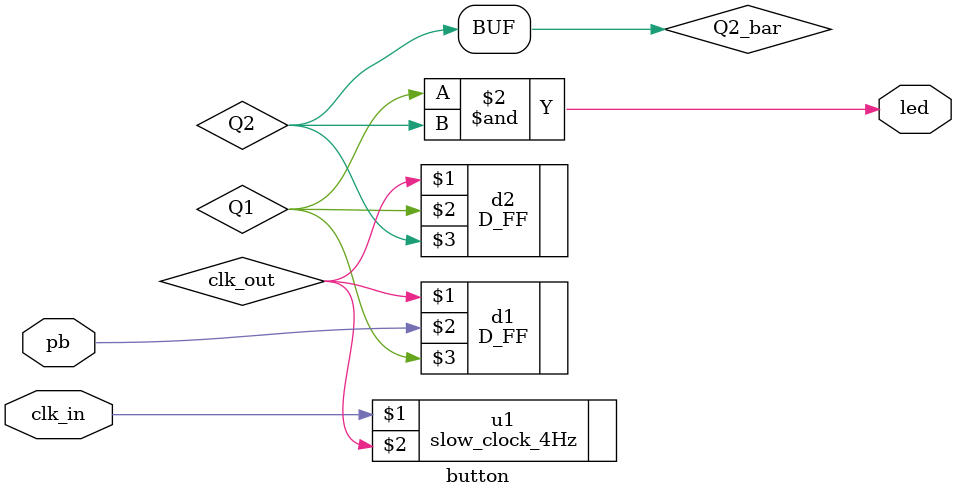
<source format=v>
`timescale 1ns / 1ps


module button(
    input pb,
    input clk_in,
    output led
    );
    
    wire clk_out;
    wire Q1,Q2,Q2_bar;
    
    slow_clock_4Hz u1(clk_in, clk_out);
    D_FF d1(clk_out, pb, Q1);
    D_FF d2(clk_out, Q1, Q2);
    
    assign Q2_bar = -Q2;
    assign led = Q1 & Q2_bar;

endmodule

</source>
